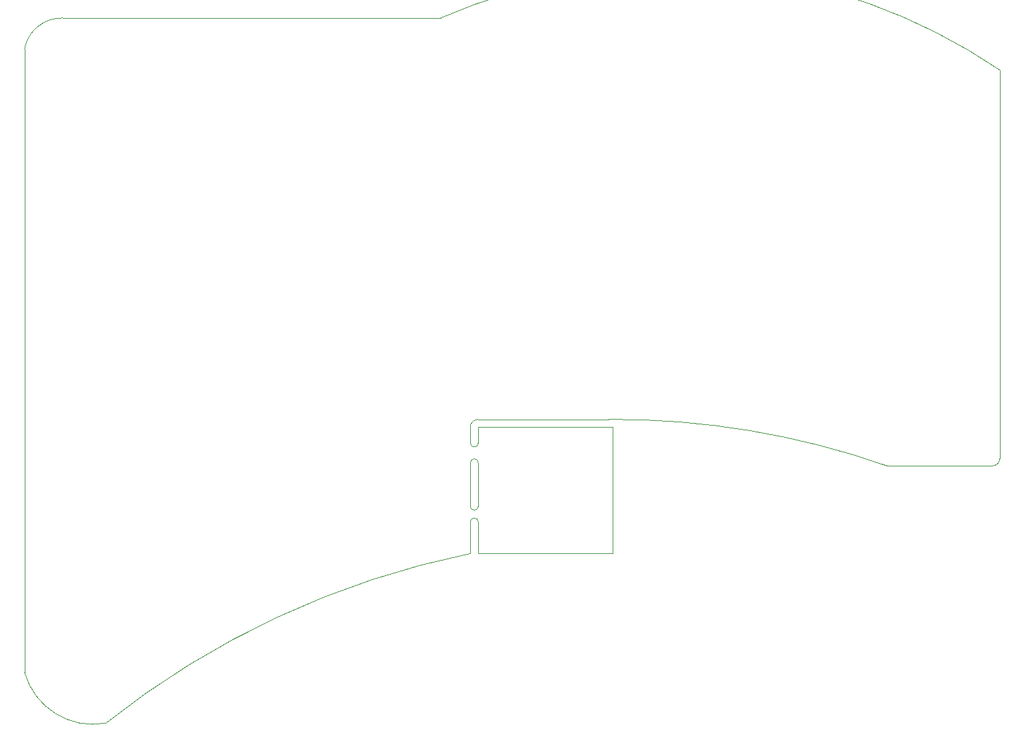
<source format=gbr>
G04 #@! TF.GenerationSoftware,KiCad,Pcbnew,7.0.2-6a45011f42~172~ubuntu20.04.1*
G04 #@! TF.CreationDate,2023-04-26T19:15:45+02:00*
G04 #@! TF.ProjectId,Pteron36v0,50746572-6f6e-4333-9676-302e6b696361,rev?*
G04 #@! TF.SameCoordinates,Original*
G04 #@! TF.FileFunction,Profile,NP*
%FSLAX46Y46*%
G04 Gerber Fmt 4.6, Leading zero omitted, Abs format (unit mm)*
G04 Created by KiCad (PCBNEW 7.0.2-6a45011f42~172~ubuntu20.04.1) date 2023-04-26 19:15:45*
%MOMM*%
%LPD*%
G01*
G04 APERTURE LIST*
G04 #@! TA.AperFunction,Profile*
%ADD10C,0.050000*%
G04 #@! TD*
G04 APERTURE END LIST*
D10*
X122402600Y-48133000D02*
X170256200Y-48133000D01*
X241027200Y-103962200D02*
X241027200Y-54737000D01*
X175000000Y-112000000D02*
X175000000Y-115500000D01*
X175000000Y-104500000D02*
X175000000Y-110000000D01*
X240112800Y-104876600D02*
G75*
G03*
X241027200Y-103962200I0J914400D01*
G01*
X241027201Y-54736999D02*
G75*
G03*
X170256200Y-48133001I-41366901J-60797001D01*
G01*
X175000000Y-112000000D02*
G75*
G03*
X174000000Y-112000000I-500000J0D01*
G01*
X175000000Y-99000000D02*
G75*
G03*
X174000000Y-100000000I0J-1000000D01*
G01*
X174000000Y-102000000D02*
X174000000Y-100000000D01*
X192000000Y-116000000D02*
X192000000Y-114000000D01*
X174000000Y-110000000D02*
G75*
G03*
X175000000Y-110000000I500000J0D01*
G01*
X174000000Y-102000000D02*
G75*
G03*
X175000000Y-102000000I500000J0D01*
G01*
X175000000Y-115500000D02*
X175000000Y-116000000D01*
X192000000Y-114000000D02*
X192000000Y-100000000D01*
X226720403Y-104876592D02*
G75*
G03*
X191500000Y-99000000I-34482803J-98184908D01*
G01*
X240112800Y-104876600D02*
X226720400Y-104876600D01*
X174000000Y-116000000D02*
X174000000Y-112000000D01*
X192000000Y-100000000D02*
X175000000Y-100000000D01*
X117576220Y-131063995D02*
G75*
G03*
X127863600Y-137490200I8671380J2434195D01*
G01*
X117576200Y-52000000D02*
X117576200Y-120802400D01*
X175000000Y-100000000D02*
X175000000Y-102000000D01*
X174000000Y-104500000D02*
X174000000Y-110000000D01*
X175000000Y-99000000D02*
X191500000Y-99000000D01*
X117576200Y-120802400D02*
X117576200Y-131064000D01*
X174000001Y-116000003D02*
G75*
G03*
X127863600Y-137490200I21822059J-107118107D01*
G01*
X175000000Y-104500000D02*
G75*
G03*
X174000000Y-104500000I-500000J0D01*
G01*
X122402601Y-48132937D02*
G75*
G03*
X117576199Y-52000000I-112601J-4804863D01*
G01*
X175000000Y-116000000D02*
X192000000Y-116000000D01*
M02*

</source>
